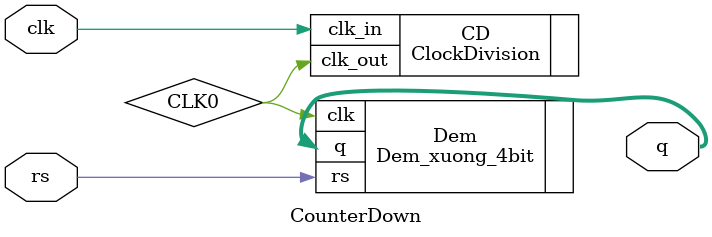
<source format=v>
`timescale 1ns / 1ps
module CounterDown(
   input clk, rs,
	output [3:0] q);
	
wire CLK0;

ClockDivision CD(.clk_in(clk), .clk_out(CLK0));
Dem_xuong_4bit Dem(.clk(CLK0), .rs(rs), .q(q));


endmodule

</source>
